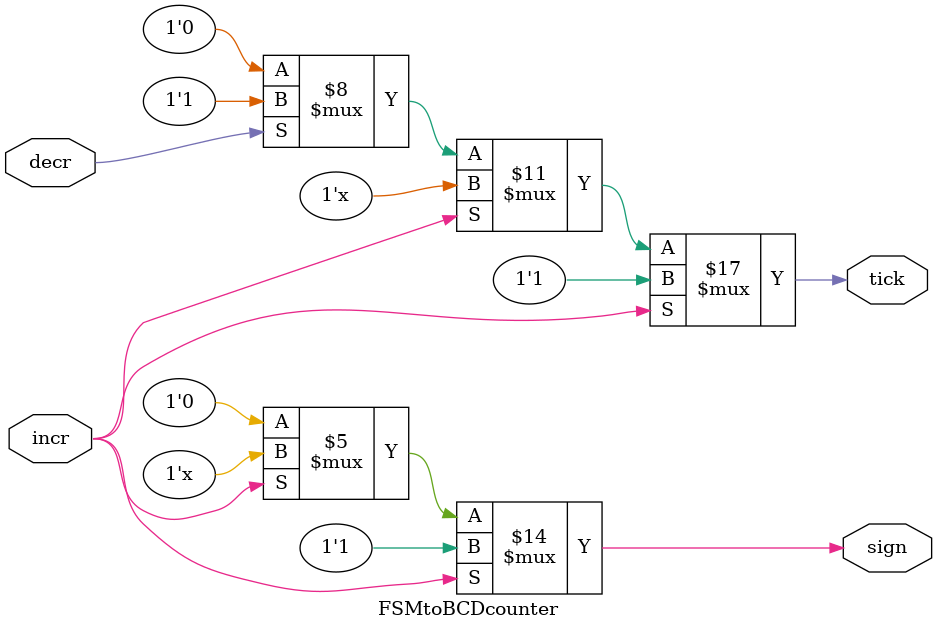
<source format=sv>
module FSMtoBCDcounter(
        input logic incr, decr,
        //input logic clk,
        output logic tick, sign
    );

    always_comb begin
        tick = 1'b0;
        sign = 1'b0;
        if(incr) begin
            tick = 1'b1;
            sign = 1'b1;
        end
        else begin
            if (decr) begin
                tick = 1'b1;
                sign = 1'b0;
            end
        end
    end
endmodule

</source>
